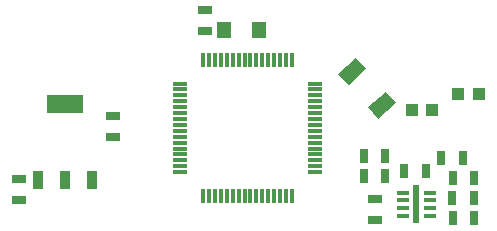
<source format=gbr>
G04 EAGLE Gerber X2 export*
G04 #@! %TF.Part,Single*
G04 #@! %TF.FileFunction,Paste,Top*
G04 #@! %TF.FilePolarity,Positive*
G04 #@! %TF.GenerationSoftware,Autodesk,EAGLE,8.6.0*
G04 #@! %TF.CreationDate,2018-03-03T08:39:01Z*
G75*
%MOMM*%
%FSLAX34Y34*%
%LPD*%
%AMOC8*
5,1,8,0,0,1.08239X$1,22.5*%
G01*
%ADD10R,1.100000X1.000000*%
%ADD11R,1.200000X0.300000*%
%ADD12R,0.300000X1.200000*%
%ADD13R,1.300000X2.000000*%
%ADD14R,1.200000X0.800000*%
%ADD15R,0.838200X1.600200*%
%ADD16R,3.098800X1.600200*%
%ADD17R,1.000000X0.300000*%
%ADD18R,0.600000X3.300000*%
%ADD19R,0.800000X1.200000*%
%ADD20R,1.200000X1.400000*%


D10*
X629100Y379769D03*
X646100Y379769D03*
X668661Y393618D03*
X685661Y393618D03*
D11*
X547498Y362506D03*
X547498Y367506D03*
X547498Y372506D03*
X547498Y357506D03*
X547498Y352506D03*
X547498Y347506D03*
X547498Y342506D03*
X547498Y337506D03*
X547498Y327506D03*
X547498Y332506D03*
X547498Y377506D03*
X547498Y382506D03*
X547498Y387506D03*
X547498Y392506D03*
X547498Y397506D03*
X547498Y402506D03*
D12*
X492498Y422506D03*
X497498Y422506D03*
X502498Y422506D03*
X507498Y422506D03*
X512498Y422506D03*
X517498Y422506D03*
X522498Y422506D03*
X527498Y422506D03*
X487498Y422506D03*
X482498Y422506D03*
X477498Y422506D03*
X472498Y422506D03*
X467498Y422506D03*
X462498Y422506D03*
X457498Y422506D03*
X452498Y422506D03*
D11*
X432498Y362506D03*
X432498Y367506D03*
X432498Y372506D03*
X432498Y357506D03*
X432498Y352506D03*
X432498Y347506D03*
X432498Y342506D03*
X432498Y337506D03*
X432498Y327506D03*
X432498Y332506D03*
X432498Y377506D03*
X432498Y382506D03*
X432498Y387506D03*
X432498Y392506D03*
X432498Y397506D03*
X432498Y402506D03*
D12*
X492498Y307506D03*
X497498Y307506D03*
X502498Y307506D03*
X507498Y307506D03*
X512498Y307506D03*
X517498Y307506D03*
X522498Y307506D03*
X527498Y307506D03*
X487498Y307506D03*
X482498Y307506D03*
X477498Y307506D03*
X472498Y307506D03*
X467498Y307506D03*
X462498Y307506D03*
X457498Y307506D03*
X452498Y307506D03*
D13*
G36*
X582061Y424178D02*
X590658Y414427D01*
X575657Y401202D01*
X567060Y410953D01*
X582061Y424178D01*
G37*
G36*
X600787Y372697D02*
X592190Y382448D01*
X607191Y395673D01*
X615788Y385922D01*
X600787Y372697D01*
G37*
D14*
X296500Y322000D03*
X296500Y304000D03*
X376260Y356830D03*
X376260Y374830D03*
D15*
X312500Y320996D03*
X335500Y320996D03*
X358500Y320996D03*
D16*
X335500Y385004D03*
D17*
X621500Y290500D03*
X621500Y297000D03*
X621500Y303500D03*
X621500Y310000D03*
X644500Y290500D03*
X644500Y297000D03*
X644500Y303500D03*
X644500Y310000D03*
D18*
X633000Y300500D03*
D19*
X663600Y288330D03*
X681600Y288330D03*
X681680Y322620D03*
X663680Y322620D03*
X663570Y305290D03*
X681570Y305290D03*
X588450Y341000D03*
X606450Y341000D03*
X588520Y324290D03*
X606520Y324290D03*
X654120Y339640D03*
X672120Y339640D03*
X640920Y328070D03*
X622920Y328070D03*
D14*
X598350Y304680D03*
X598350Y286680D03*
X454440Y446810D03*
X454440Y464810D03*
D20*
X470100Y447700D03*
X500100Y447700D03*
M02*

</source>
